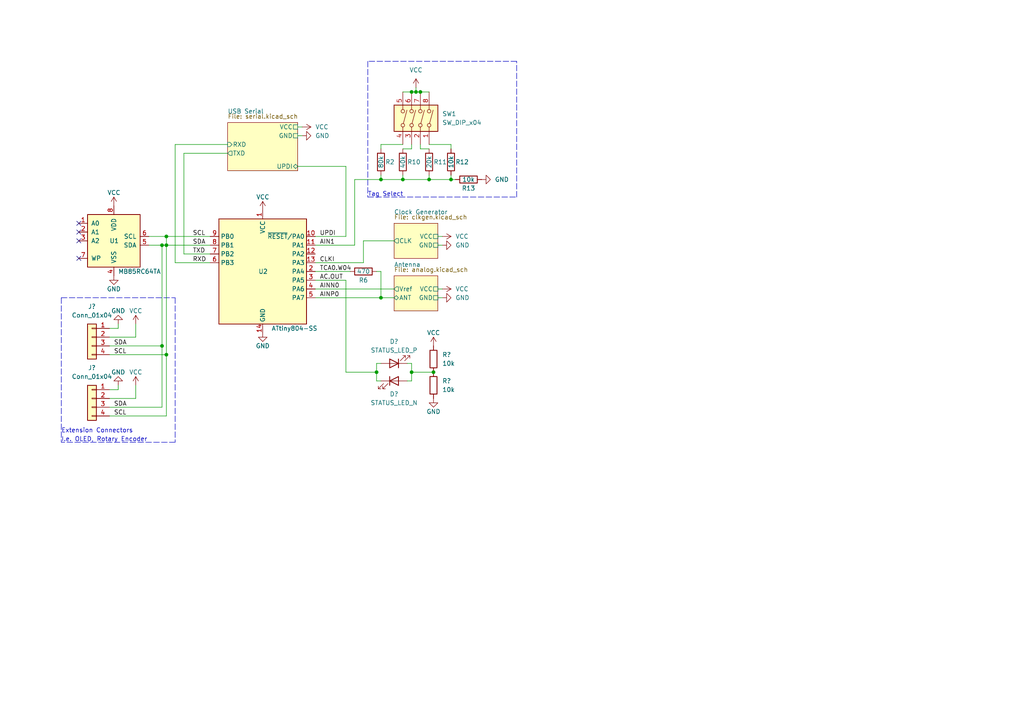
<source format=kicad_sch>
(kicad_sch (version 20211123) (generator eeschema)
  (paper "A4")
  (lib_symbols
    (symbol "Connector_Generic:Conn_01x04" (pin_names (offset 1.016) hide)
      (property "Reference" "J" (at 0 5.08 0))
      (property "Value" "Conn_01x04" (at 0 -7.62 0))
      (symbol "Conn_01x04_1_1"
        (rectangle (start -1.27 -4.953) (end 0 -5.207) (stroke (width 0.1524)))
        (rectangle (start -1.27 -2.413) (end 0 -2.667) (stroke (width 0.1524)))
        (rectangle (start -1.27 0.127) (end 0 -0.127) (stroke (width 0.1524)))
        (rectangle (start -1.27 2.667) (end 0 2.413) (stroke (width 0.1524)))
        (rectangle (start -1.27 3.81) (end 1.27 -6.35) (stroke (width 0.254)) (fill (type background)))
        (pin passive line (at -5.08 2.54 0) (length 3.81) (name "Pin_1") (number "1"))
        (pin passive line (at -5.08 0 0) (length 3.81) (name "Pin_2") (number "2"))
        (pin passive line (at -5.08 -2.54 0) (length 3.81) (name "Pin_3") (number "3"))
        (pin passive line (at -5.08 -5.08 0) (length 3.81) (name "Pin_4") (number "4"))
      )
    )
    (symbol "Device:LED" (pin_numbers hide) (pin_names (offset 1.016) hide)
      (property "Reference" "D" (at 0 2.54 0))
      (property "Value" "LED" (at 0 -2.54 0))
      (symbol "LED_0_1"
        (polyline (pts (xy -1.27 -1.27) (xy -1.27 1.27)) (stroke (width 0.254)))
        (polyline (pts (xy -1.27 0) (xy 1.27 0)))
        (polyline (pts (xy 1.27 -1.27) (xy 1.27 1.27) (xy -1.27 0) (xy 1.27 -1.27)) (stroke (width 0.254)))
        (polyline (pts (xy -3.048 -0.762) (xy -4.572 -2.286) (xy -3.81 -2.286) (xy -4.572 -2.286) (xy -4.572 -1.524)))
        (polyline (pts (xy -1.778 -0.762) (xy -3.302 -2.286) (xy -2.54 -2.286) (xy -3.302 -2.286) (xy -3.302 -1.524)))
      )
      (symbol "LED_1_1"
        (pin passive line (at -3.81 0 0) (length 2.54) (name "K") (number "1"))
        (pin passive line (at 3.81 0 180) (length 2.54) (name "A") (number "2"))
      )
    )
    (symbol "Device:R" (pin_numbers hide) (pin_names (offset 0))
      (property "Reference" "R" (at 2.032 0 90))
      (property "Value" "R" (at 0 0 90))
      (symbol "R_0_1"
        (rectangle (start -1.016 -2.54) (end 1.016 2.54) (stroke (width 0.254)))
      )
      (symbol "R_1_1"
        (pin passive line (at 0 3.81 270) (length 1.27) (name "~") (number "1"))
        (pin passive line (at 0 -3.81 90) (length 1.27) (name "~") (number "2"))
      )
    )
    (symbol "MCU_Microchip_ATtiny:ATtiny804-SS"
      (property "Reference" "U" (at -12.7 16.51 0))
      (property "Value" "ATtiny804-SS" (at 2.54 -16.51 0))
      (symbol "ATtiny804-SS_0_1"
        (rectangle (start -12.7 -15.24) (end 12.7 15.24) (stroke (width 0.254)) (fill (type background)))
      )
      (symbol "ATtiny804-SS_1_1"
        (pin power_in line (at 0 17.78 270) (length 2.54) (name "VCC") (number "1"))
        (pin bidirectional line (at 15.24 10.16 180) (length 2.54) (name "~{RESET}/PA0") (number "10"))
        (pin bidirectional line (at 15.24 7.62 180) (length 2.54) (name "PA1") (number "11"))
        (pin bidirectional line (at 15.24 5.08 180) (length 2.54) (name "PA2") (number "12"))
        (pin bidirectional line (at 15.24 2.54 180) (length 2.54) (name "PA3") (number "13"))
        (pin power_in line (at 0 -17.78 90) (length 2.54) (name "GND") (number "14"))
        (pin bidirectional line (at 15.24 0 180) (length 2.54) (name "PA4") (number "2"))
        (pin bidirectional line (at 15.24 -2.54 180) (length 2.54) (name "PA5") (number "3"))
        (pin bidirectional line (at 15.24 -5.08 180) (length 2.54) (name "PA6") (number "4"))
        (pin bidirectional line (at 15.24 -7.62 180) (length 2.54) (name "PA7") (number "5"))
        (pin bidirectional line (at -15.24 2.54 0) (length 2.54) (name "PB3") (number "6"))
        (pin bidirectional line (at -15.24 5.08 0) (length 2.54) (name "PB2") (number "7"))
        (pin bidirectional line (at -15.24 7.62 0) (length 2.54) (name "PB1") (number "8"))
        (pin bidirectional line (at -15.24 10.16 0) (length 2.54) (name "PB0") (number "9"))
      )
    )
    (symbol "Memory_NVRAM:FM24C64B" (pin_names (offset 1.016))
      (property "Reference" "U1" (at -1.27 0 0))
      (property "Value" "MB85RC64TA" (at 1.27 -8.89 0))
      (symbol "FM24C64B_0_1"
        (rectangle (start -7.62 7.62) (end 7.62 -7.62) (stroke (width 0.254)) (fill (type background)))
      )
      (symbol "FM24C64B_1_1"
        (pin input line (at -10.16 5.08 0) (length 2.54) (name "A0") (number "1"))
        (pin input line (at -10.16 2.54 0) (length 2.54) (name "A1") (number "2"))
        (pin input line (at -10.16 0 0) (length 2.54) (name "A2") (number "3"))
        (pin power_in line (at 0 -10.16 90) (length 2.54) (name "VSS") (number "4"))
        (pin bidirectional line (at 10.16 -1.27 180) (length 2.54) (name "SDA") (number "5"))
        (pin input line (at 10.16 1.27 180) (length 2.54) (name "SCL") (number "6"))
        (pin input line (at -10.16 -5.08 0) (length 2.54) (name "WP") (number "7"))
        (pin power_in line (at 0 10.16 270) (length 2.54) (name "VDD") (number "8"))
      )
    )
    (symbol "Switch:SW_DIP_x04" (pin_names (offset 0) hide)
      (property "Reference" "SW" (at 0 8.89 0))
      (property "Value" "SW_DIP_x04" (at 0 -6.35 0))
      (symbol "SW_DIP_x04_0_0"
        (circle (center -2.032 -2.54) (radius 0.508))
        (circle (center -2.032 0) (radius 0.508))
        (circle (center -2.032 2.54) (radius 0.508))
        (circle (center -2.032 5.08) (radius 0.508))
        (polyline (pts (xy -1.524 -2.3876) (xy 2.3622 -1.3462)))
        (polyline (pts (xy -1.524 0.127) (xy 2.3622 1.1684)))
        (polyline (pts (xy -1.524 2.667) (xy 2.3622 3.7084)))
        (polyline (pts (xy -1.524 5.207) (xy 2.3622 6.2484)))
        (circle (center 2.032 -2.54) (radius 0.508))
        (circle (center 2.032 0) (radius 0.508))
        (circle (center 2.032 2.54) (radius 0.508))
        (circle (center 2.032 5.08) (radius 0.508))
      )
      (symbol "SW_DIP_x04_0_1"
        (rectangle (start -3.81 7.62) (end 3.81 -5.08) (stroke (width 0.254)) (fill (type background)))
      )
      (symbol "SW_DIP_x04_1_1"
        (pin passive line (at -7.62 5.08 0) (length 5.08) (name "~") (number "1"))
        (pin passive line (at -7.62 2.54 0) (length 5.08) (name "~") (number "2"))
        (pin passive line (at -7.62 0 0) (length 5.08) (name "~") (number "3"))
        (pin passive line (at -7.62 -2.54 0) (length 5.08) (name "~") (number "4"))
        (pin passive line (at 7.62 -2.54 180) (length 5.08) (name "~") (number "5"))
        (pin passive line (at 7.62 0 180) (length 5.08) (name "~") (number "6"))
        (pin passive line (at 7.62 2.54 180) (length 5.08) (name "~") (number "7"))
        (pin passive line (at 7.62 5.08 180) (length 5.08) (name "~") (number "8"))
      )
    )
    (symbol "power:GND" (power) (pin_names (offset 0))
      (property "Value" "GND" (at 0 -3.81 0))
      (symbol "GND_0_1"
        (polyline (pts (xy 0 0) (xy 0 -1.27) (xy 1.27 -1.27) (xy 0 -2.54) (xy -1.27 -1.27) (xy 0 -1.27)))
      )
      (symbol "GND_1_1"
        (pin power_in line (at 0 0 270) (length 0) hide (name "GND") (number "1"))
      )
    )
    (symbol "power:VCC" (power) (pin_names (offset 0))
      (property "Value" "VCC" (at 0 3.81 0))
      (symbol "VCC_0_1"
        (polyline (pts (xy -0.762 1.27) (xy 0 2.54)))
        (polyline (pts (xy 0 0) (xy 0 2.54)))
        (polyline (pts (xy 0 2.54) (xy 0.762 1.27)))
      )
      (symbol "VCC_1_1"
        (pin power_in line (at 0 0 90) (length 0) hide (name "VCC") (number "1"))
      )
    )
  )
  (junction (at 119.38 107.95))
  (junction (at 109.22 107.95))
  (junction (at 46.99 71.12))
  (junction (at 121.92 26.67))
  (junction (at 110.49 52.07))
  (junction (at 48.26 68.58))
  (junction (at 48.26 102.87))
  (junction (at 116.84 52.07))
  (junction (at 124.46 52.07))
  (junction (at 125.73 107.95))
  (junction (at 120.65 26.67))
  (junction (at 130.81 52.07))
  (junction (at 110.49 86.36))
  (junction (at 46.99 100.33))
  (junction (at 48.26 71.12))
  (junction (at 119.38 26.67))
  (no_connect (at 22.86 67.31))
  (no_connect (at 22.86 69.85))
  (no_connect (at 22.86 74.93))
  (no_connect (at 22.86 64.77))
  (wire (pts (xy 34.29 93.98) (xy 34.29 95.25)))
  (wire (pts (xy 130.81 41.91) (xy 124.46 41.91)))
  (wire (pts (xy 100.33 81.28) (xy 100.33 107.95)))
  (wire (pts (xy 31.75 118.11) (xy 46.99 118.11)))
  (wire (pts (xy 110.49 50.8) (xy 110.49 52.07)))
  (polyline (pts (xy 50.8 128.27) (xy 17.78 128.27)))
  (wire (pts (xy 91.44 71.12) (xy 102.87 71.12)))
  (wire (pts (xy 110.49 41.91) (xy 116.84 41.91)))
  (polyline (pts (xy 106.68 17.78) (xy 106.68 57.15)))
  (wire (pts (xy 110.49 78.74) (xy 110.49 86.36)))
  (wire (pts (xy 60.96 68.58) (xy 48.26 68.58)))
  (wire (pts (xy 102.87 71.12) (xy 102.87 52.07)))
  (wire (pts (xy 124.46 26.67) (xy 121.92 26.67)))
  (polyline (pts (xy 149.86 17.78) (xy 106.68 17.78)))
  (wire (pts (xy 119.38 107.95) (xy 125.73 107.95)))
  (wire (pts (xy 87.63 39.37) (xy 86.36 39.37)))
  (wire (pts (xy 110.49 52.07) (xy 116.84 52.07)))
  (wire (pts (xy 105.41 76.2) (xy 91.44 76.2)))
  (wire (pts (xy 43.18 71.12) (xy 46.99 71.12)))
  (wire (pts (xy 53.34 73.66) (xy 60.96 73.66)))
  (wire (pts (xy 46.99 71.12) (xy 46.99 100.33)))
  (wire (pts (xy 53.34 44.45) (xy 66.04 44.45)))
  (wire (pts (xy 34.29 113.03) (xy 31.75 113.03)))
  (wire (pts (xy 110.49 78.74) (xy 109.22 78.74)))
  (wire (pts (xy 91.44 78.74) (xy 101.6 78.74)))
  (wire (pts (xy 91.44 68.58) (xy 100.33 68.58)))
  (wire (pts (xy 121.92 43.18) (xy 121.92 41.91)))
  (wire (pts (xy 39.37 111.76) (xy 39.37 115.57)))
  (wire (pts (xy 110.49 86.36) (xy 114.3 86.36)))
  (wire (pts (xy 119.38 105.41) (xy 119.38 107.95)))
  (wire (pts (xy 91.44 86.36) (xy 110.49 86.36)))
  (wire (pts (xy 31.75 102.87) (xy 48.26 102.87)))
  (wire (pts (xy 110.49 43.18) (xy 110.49 41.91)))
  (wire (pts (xy 43.18 68.58) (xy 48.26 68.58)))
  (wire (pts (xy 128.27 71.12) (xy 127 71.12)))
  (wire (pts (xy 121.92 26.67) (xy 120.65 26.67)))
  (wire (pts (xy 91.44 81.28) (xy 100.33 81.28)))
  (wire (pts (xy 130.81 50.8) (xy 130.81 52.07)))
  (wire (pts (xy 31.75 100.33) (xy 46.99 100.33)))
  (wire (pts (xy 48.26 71.12) (xy 48.26 102.87)))
  (wire (pts (xy 130.81 43.18) (xy 130.81 41.91)))
  (wire (pts (xy 50.8 41.91) (xy 66.04 41.91)))
  (wire (pts (xy 39.37 93.98) (xy 39.37 97.79)))
  (wire (pts (xy 48.26 71.12) (xy 48.26 68.58)))
  (wire (pts (xy 48.26 120.65) (xy 48.26 102.87)))
  (wire (pts (xy 118.11 110.49) (xy 119.38 110.49)))
  (wire (pts (xy 130.81 52.07) (xy 132.08 52.07)))
  (wire (pts (xy 128.27 86.36) (xy 127 86.36)))
  (wire (pts (xy 116.84 26.67) (xy 119.38 26.67)))
  (wire (pts (xy 31.75 115.57) (xy 39.37 115.57)))
  (wire (pts (xy 114.3 69.85) (xy 105.41 69.85)))
  (wire (pts (xy 100.33 48.26) (xy 100.33 68.58)))
  (wire (pts (xy 31.75 97.79) (xy 39.37 97.79)))
  (polyline (pts (xy 17.78 86.36) (xy 17.78 128.27)))
  (wire (pts (xy 124.46 43.18) (xy 121.92 43.18)))
  (wire (pts (xy 119.38 26.67) (xy 120.65 26.67)))
  (wire (pts (xy 128.27 68.58) (xy 127 68.58)))
  (wire (pts (xy 31.75 120.65) (xy 48.26 120.65)))
  (wire (pts (xy 128.27 83.82) (xy 127 83.82)))
  (wire (pts (xy 109.22 107.95) (xy 109.22 105.41)))
  (wire (pts (xy 53.34 44.45) (xy 53.34 73.66)))
  (wire (pts (xy 109.22 105.41) (xy 110.49 105.41)))
  (wire (pts (xy 109.22 110.49) (xy 109.22 107.95)))
  (wire (pts (xy 116.84 50.8) (xy 116.84 52.07)))
  (wire (pts (xy 110.49 110.49) (xy 109.22 110.49)))
  (wire (pts (xy 34.29 111.76) (xy 34.29 113.03)))
  (wire (pts (xy 34.29 95.25) (xy 31.75 95.25)))
  (wire (pts (xy 119.38 110.49) (xy 119.38 107.95)))
  (wire (pts (xy 102.87 52.07) (xy 110.49 52.07)))
  (wire (pts (xy 124.46 50.8) (xy 124.46 52.07)))
  (polyline (pts (xy 149.86 57.15) (xy 149.86 17.78)))
  (polyline (pts (xy 17.78 86.36) (xy 50.8 86.36)))
  (wire (pts (xy 50.8 41.91) (xy 50.8 76.2)))
  (wire (pts (xy 91.44 83.82) (xy 114.3 83.82)))
  (polyline (pts (xy 106.68 57.15) (xy 149.86 57.15)))
  (wire (pts (xy 124.46 52.07) (xy 130.81 52.07)))
  (wire (pts (xy 50.8 76.2) (xy 60.96 76.2)))
  (polyline (pts (xy 50.8 86.36) (xy 50.8 128.27)))
  (wire (pts (xy 100.33 48.26) (xy 86.36 48.26)))
  (wire (pts (xy 105.41 69.85) (xy 105.41 76.2)))
  (wire (pts (xy 60.96 71.12) (xy 48.26 71.12)))
  (wire (pts (xy 46.99 118.11) (xy 46.99 100.33)))
  (wire (pts (xy 87.63 36.83) (xy 86.36 36.83)))
  (wire (pts (xy 116.84 52.07) (xy 124.46 52.07)))
  (wire (pts (xy 48.26 71.12) (xy 46.99 71.12)))
  (wire (pts (xy 116.84 43.18) (xy 119.38 43.18)))
  (wire (pts (xy 119.38 43.18) (xy 119.38 41.91)))
  (wire (pts (xy 120.65 26.67) (xy 120.65 25.4)))
  (wire (pts (xy 119.38 105.41) (xy 118.11 105.41)))
  (wire (pts (xy 100.33 107.95) (xy 109.22 107.95)))
  (text "I.e. OLED, Rotary Encoder" (at 17.78 128.27 0) (effects (font (size 1.27 1.27)) (justify left bottom)))
  (text "Tag Select" (at 106.68 57.15 0) (effects (font (size 1.27 1.27)) (justify left bottom)))
  (text "Extension Connectors" (at 17.78 125.73 0) (effects (font (size 1.27 1.27)) (justify left bottom)))
  (label "SCL" (at 33.02 120.65 0))
  (label "SCL" (at 33.02 102.87 0))
  (label "RXD" (at 55.88 76.2 0))
  (label "SCL" (at 55.88 68.58 0))
  (label "AC.OUT" (at 92.71 81.28 0))
  (label "TCA0.W04" (at 92.71 78.74 0))
  (label "SDA" (at 55.88 71.12 0))
  (label "UPDI" (at 92.71 68.58 0))
  (label "CLKI" (at 92.71 76.2 0))
  (label "SDA" (at 33.02 100.33 0))
  (label "AINP0" (at 92.71 86.36 0))
  (label "AINN0" (at 92.71 83.82 0))
  (label "SDA" (at 33.02 118.11 0))
  (label "AIN1" (at 92.71 71.12 0))
  (label "TXD" (at 55.88 73.66 0))
  (symbol (lib_id "power:VCC") (at 39.37 93.98 0) (unit 1)
    (property "Reference" "#PWR?" (effects hide))
    (property "Value" "VCC" (at 39.37 90.17 0))
  )
  (symbol (lib_id "power:VCC") (at 33.02 59.69 0) (unit 1)
    (property "Reference" "#PWR0106" (effects hide))
    (property "Value" "VCC" (at 31.115 55.88 0) (effects (justify left)))
  )
  (symbol (lib_id "power:GND") (at 76.2 96.52 0) (unit 1)
    (property "Reference" "#PWR0101" (effects hide))
    (property "Value" "GND" (at 76.2 100.33 0))
  )
  (symbol (lib_id "power:GND") (at 34.29 111.76 180) (unit 1)
    (property "Reference" "#PWR?" (effects hide))
    (property "Value" "GND" (at 34.29 107.95 0))
  )
  (symbol (lib_id "power:GND") (at 33.02 80.01 0) (unit 1)
    (property "Reference" "#PWR0105" (effects hide))
    (property "Value" "GND" (at 33.02 83.82 0))
  )
  (symbol (lib_id "Device:R") (at 125.73 111.76 0) (mirror y) (unit 1)
    (property "Reference" "R?" (at 128.27 110.49 0) (effects (justify right)))
    (property "Value" "10k" (at 128.27 113.03 0) (effects (justify right)))
    (property "Footprint" "Resistor_SMD:R_0805_2012Metric_Pad1.20x1.40mm_HandSolder" (effects hide))
  )
  (symbol (lib_id "power:GND") (at 128.27 71.12 90) (mirror x) (unit 1)
    (property "Reference" "#PWR0112" (effects hide))
    (property "Value" "GND" (at 132.08 71.1199 90) (effects (justify right)))
  )
  (symbol (lib_id "power:GND") (at 34.29 93.98 180) (unit 1)
    (property "Reference" "#PWR?" (effects hide))
    (property "Value" "GND" (at 34.29 90.17 0))
  )
  (symbol (lib_id "power:VCC") (at 128.27 83.82 270) (mirror x) (unit 1)
    (property "Reference" "#PWR0103" (effects hide))
    (property "Value" "VCC" (at 132.08 83.8199 90) (effects (justify left)))
  )
  (symbol (lib_id "Device:R") (at 105.41 78.74 270) (unit 1)
    (property "Reference" "R6" (at 105.41 81.28 90))
    (property "Value" "470" (at 105.41 78.74 90))
    (property "Footprint" "Resistor_SMD:R_0805_2012Metric_Pad1.20x1.40mm_HandSolder" (effects hide))
  )
  (symbol (lib_id "Device:R") (at 125.73 104.14 0) (mirror y) (unit 1)
    (property "Reference" "R?" (at 128.27 102.87 0) (effects (justify right)))
    (property "Value" "10k" (at 128.27 105.41 0) (effects (justify right)))
    (property "Footprint" "Resistor_SMD:R_0805_2012Metric_Pad1.20x1.40mm_HandSolder" (effects hide))
  )
  (symbol (lib_id "power:GND") (at 125.73 115.57 0) (mirror y) (unit 1)
    (property "Reference" "#PWR?" (effects hide))
    (property "Value" "GND" (at 125.73 119.38 0))
  )
  (symbol (lib_id "Memory_NVRAM:FM24C64B") (at 33.02 69.85 0) (unit 1)
    (property "Reference" "U1" (at 31.75 69.85 0) (effects (justify left)))
    (property "Value" "MB85RC64TA" (at 34.29 78.74 0) (effects (justify left)))
    (property "Footprint" "Package_SO:SOIC-8_3.9x4.9mm_P1.27mm" (effects hide))
    (property "Datasheet" "https://www.fujitsu.com/downloads/MICRO/fme/fram/datasheet-fram-mb85rc64.pdf" (effects hide))
  )
  (symbol (lib_id "power:VCC") (at 120.65 25.4 0) (unit 1)
    (property "Reference" "#PWR0104" (effects hide))
    (property "Value" "VCC" (at 120.65 20.32 0))
  )
  (symbol (lib_id "power:GND") (at 128.27 86.36 90) (mirror x) (unit 1)
    (property "Reference" "#PWR0102" (effects hide))
    (property "Value" "GND" (at 132.08 86.3599 90) (effects (justify right)))
  )
  (symbol (lib_id "Device:R") (at 135.89 52.07 90) (unit 1)
    (property "Reference" "R13" (at 135.89 54.61 90))
    (property "Value" "10k" (at 135.89 52.07 90))
    (property "Footprint" "Resistor_SMD:R_0805_2012Metric_Pad1.20x1.40mm_HandSolder" (effects hide))
  )
  (symbol (lib_id "Device:R") (at 124.46 46.99 0) (unit 1)
    (property "Reference" "R11" (at 125.73 46.99 0) (effects (justify left)))
    (property "Value" "20k" (at 124.46 46.99 90))
    (property "Footprint" "Resistor_SMD:R_0805_2012Metric_Pad1.20x1.40mm_HandSolder" (effects hide))
  )
  (symbol (lib_id "Device:LED") (at 114.3 105.41 180) (unit 1)
    (property "Reference" "D?" (at 114.3 99.06 0))
    (property "Value" "STATUS_LED_P" (at 114.3 101.6 0))
    (property "Footprint" "LED_SMD:LED_0805_2012Metric_Pad1.15x1.40mm_HandSolder" (effects hide))
  )
  (symbol (lib_id "Switch:SW_DIP_x04") (at 119.38 34.29 270) (mirror x) (unit 1)
    (property "Reference" "SW1" (at 128.27 33.0199 90) (effects (justify left)))
    (property "Value" "SW_DIP_x04" (at 128.27 35.5599 90) (effects (justify left)))
    (property "Footprint" "Button_Switch_THT:SW_DIP_SPSTx04_Slide_9.78x12.34mm_W7.62mm_P2.54mm" (effects hide))
  )
  (symbol (lib_id "Device:R") (at 110.49 46.99 0) (unit 1)
    (property "Reference" "R2" (at 111.76 46.99 0) (effects (justify left)))
    (property "Value" "80k" (at 110.49 46.99 90))
    (property "Footprint" "Resistor_SMD:R_0805_2012Metric_Pad1.20x1.40mm_HandSolder" (effects hide))
  )
  (symbol (lib_id "Connector_Generic:Conn_01x04") (at 26.67 97.79 0) (mirror y) (unit 1)
    (property "Reference" "J?" (at 26.67 88.9 0))
    (property "Value" "Conn_01x04" (at 26.67 91.44 0))
    (property "Footprint" "Connector_JST:JST_XH_B4B-XH-A_1x04_P2.50mm_Vertical" (effects hide))
  )
  (symbol (lib_id "Device:R") (at 130.81 46.99 0) (unit 1)
    (property "Reference" "R12" (at 132.08 46.99 0) (effects (justify left)))
    (property "Value" "10k" (at 130.81 46.99 90))
    (property "Footprint" "Resistor_SMD:R_0805_2012Metric_Pad1.20x1.40mm_HandSolder" (effects hide))
  )
  (symbol (lib_id "power:GND") (at 139.7 52.07 90) (unit 1)
    (property "Reference" "#PWR0110" (effects hide))
    (property "Value" "GND" (at 143.51 52.0699 90) (effects (justify right)))
  )
  (symbol (lib_id "power:VCC") (at 125.73 100.33 0) (mirror y) (unit 1)
    (property "Reference" "#PWR?" (effects hide))
    (property "Value" "VCC" (at 125.73 96.52 0))
  )
  (symbol (lib_id "Connector_Generic:Conn_01x04") (at 26.67 115.57 0) (mirror y) (unit 1)
    (property "Reference" "J?" (at 26.67 106.68 0))
    (property "Value" "Conn_01x04" (at 26.67 109.22 0))
    (property "Footprint" "Connector_JST:JST_XH_B4B-XH-A_1x04_P2.50mm_Vertical" (effects hide))
  )
  (symbol (lib_id "power:GND") (at 87.63 39.37 90) (unit 1)
    (property "Reference" "#PWR0107" (effects hide))
    (property "Value" "GND" (at 91.44 39.3699 90) (effects (justify right)))
  )
  (symbol (lib_id "power:VCC") (at 128.27 68.58 270) (mirror x) (unit 1)
    (property "Reference" "#PWR0111" (effects hide))
    (property "Value" "VCC" (at 132.08 68.5799 90) (effects (justify left)))
  )
  (symbol (lib_id "Device:R") (at 116.84 46.99 0) (unit 1)
    (property "Reference" "R10" (at 118.11 46.99 0) (effects (justify left)))
    (property "Value" "40k" (at 116.84 46.99 90))
    (property "Footprint" "Resistor_SMD:R_0805_2012Metric_Pad1.20x1.40mm_HandSolder" (effects hide))
  )
  (symbol (lib_id "power:VCC") (at 39.37 111.76 0) (unit 1)
    (property "Reference" "#PWR?" (effects hide))
    (property "Value" "VCC" (at 39.37 107.95 0))
  )
  (symbol (lib_id "Device:LED") (at 114.3 110.49 0) (unit 1)
    (property "Reference" "D?" (at 114.3 114.3 0))
    (property "Value" "STATUS_LED_N" (at 114.3 116.84 0))
    (property "Footprint" "LED_SMD:LED_0805_2012Metric_Pad1.15x1.40mm_HandSolder" (effects hide))
  )
  (symbol (lib_id "power:VCC") (at 76.2 60.96 0) (unit 1)
    (property "Reference" "#PWR0108" (effects hide))
    (property "Value" "VCC" (at 74.295 57.15 0) (effects (justify left)))
  )
  (symbol (lib_id "MCU_Microchip_ATtiny:ATtiny804-SS") (at 76.2 78.74 0) (unit 1)
    (property "Reference" "U2" (at 74.93 78.74 0) (effects (justify left)))
    (property "Value" "ATtiny804-SS" (at 78.74 95.25 0) (effects (justify left)))
    (property "Footprint" "Package_SO:SOIC-14_3.9x8.7mm_P1.27mm" (effects hide))
    (property "Datasheet" "http://ww1.microchip.com/downloads/en/DeviceDoc/ATtiny804_1604-Data-Sheet-40002028A.pdf" (effects hide))
  )
  (symbol (lib_id "power:VCC") (at 87.63 36.83 270) (unit 1)
    (property "Reference" "#PWR0109" (effects hide))
    (property "Value" "VCC" (at 91.44 36.8299 90) (effects (justify left)))
  )
  (sheet (at 66.04 35.56) (size 20.32 13.97) (stroke (width 0.1524)) (fill (color 255 255 194 1.0000))
    (property "Sheet name" "USB Serial" (at 66.04 33.02 0) (effects (justify left bottom)))
    (property "Sheet file" "serial.kicad_sch" (at 66.04 33.02 0) (effects (justify left top)))
    (pin "UPDI" bidirectional (at 86.36 48.26 0))
    (pin "TXD" output (at 66.04 44.45 180))
    (pin "RXD" input (at 66.04 41.91 180))
    (pin "GND" passive (at 86.36 39.37 0))
    (pin "VCC" passive (at 86.36 36.83 0))
  )
  (sheet (at 114.3 80.01) (size 12.7 10.16) (stroke (width 0.1524)) (fill (color 255 255 194 1.0000))
    (property "Sheet name" "Antenna" (at 114.3 77.47 0) (effects (justify left bottom)))
    (property "Sheet file" "analog.kicad_sch" (at 114.3 77.47 0) (effects (justify left top)))
    (pin "GND" passive (at 127 86.36 0))
    (pin "Vref" output (at 114.3 83.82 180))
    (pin "ANT" bidirectional (at 114.3 86.36 180))
    (pin "VCC" passive (at 127 83.82 0))
  )
  (sheet (at 114.3 64.77) (size 12.7 10.16) (stroke (width 0.1524)) (fill (color 255 255 194 1.0000))
    (property "Sheet name" "Clock Generator" (at 114.3 62.23 0) (effects (justify left bottom)))
    (property "Sheet file" "clkgen.kicad_sch" (at 114.3 62.23 0) (effects (justify left top)))
    (pin "GND" passive (at 127 71.12 0))
    (pin "VCC" passive (at 127 68.58 0))
    (pin "CLK" output (at 114.3 69.85 180))
  )
)
</source>
